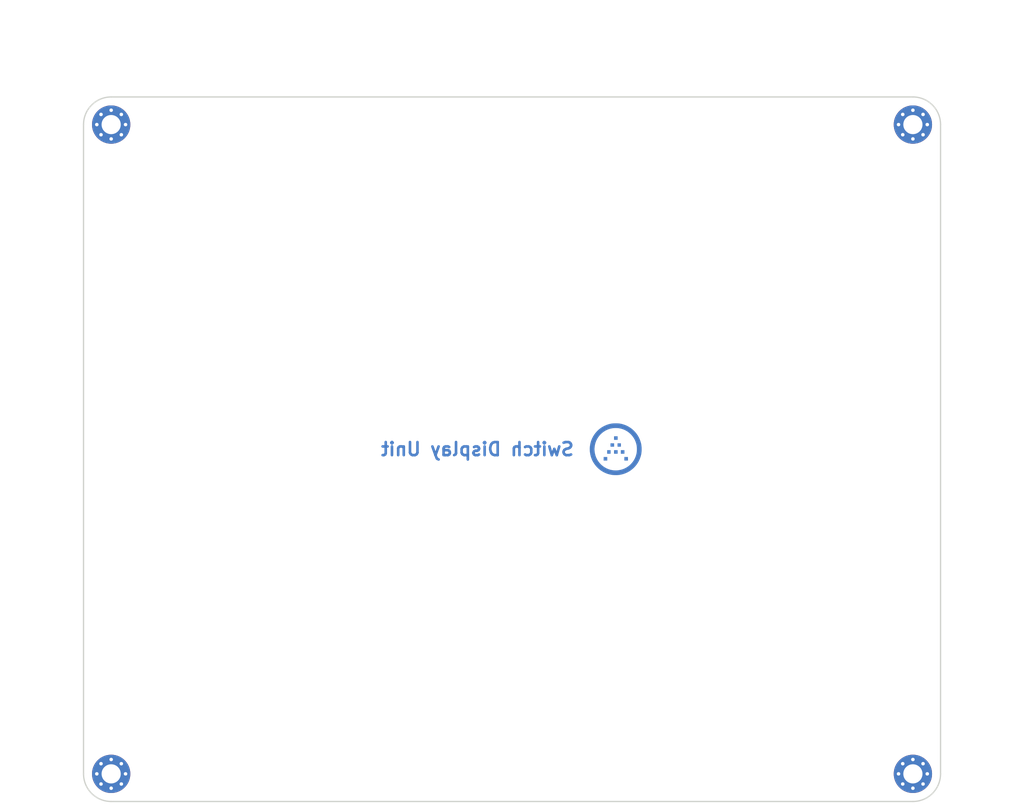
<source format=kicad_pcb>
(kicad_pcb (version 20171130) (host pcbnew "(5.0.2)-1")

  (general
    (thickness 1.6)
    (drawings 13)
    (tracks 0)
    (zones 0)
    (modules 5)
    (nets 1)
  )

  (page A4)
  (layers
    (0 F.Cu signal)
    (31 B.Cu signal)
    (32 B.Adhes user)
    (33 F.Adhes user)
    (34 B.Paste user)
    (35 F.Paste user)
    (36 B.SilkS user)
    (37 F.SilkS user)
    (38 B.Mask user)
    (39 F.Mask user)
    (40 Dwgs.User user)
    (41 Cmts.User user)
    (42 Eco1.User user)
    (43 Eco2.User user)
    (44 Edge.Cuts user)
    (45 Margin user)
    (46 B.CrtYd user)
    (47 F.CrtYd user)
    (48 B.Fab user)
    (49 F.Fab user)
  )

  (setup
    (last_trace_width 0.25)
    (trace_clearance 0.2)
    (zone_clearance 0.508)
    (zone_45_only no)
    (trace_min 0.2)
    (segment_width 0.2)
    (edge_width 0.15)
    (via_size 0.8)
    (via_drill 0.4)
    (via_min_size 0.4)
    (via_min_drill 0.3)
    (uvia_size 0.3)
    (uvia_drill 0.1)
    (uvias_allowed no)
    (uvia_min_size 0.2)
    (uvia_min_drill 0.1)
    (pcb_text_width 0.3)
    (pcb_text_size 1.5 1.5)
    (mod_edge_width 0.15)
    (mod_text_size 1 1)
    (mod_text_width 0.15)
    (pad_size 1.524 1.524)
    (pad_drill 0.762)
    (pad_to_mask_clearance 0.051)
    (solder_mask_min_width 0.25)
    (aux_axis_origin 0 0)
    (visible_elements 7FFFFFFF)
    (pcbplotparams
      (layerselection 0x010f0_ffffffff)
      (usegerberextensions true)
      (usegerberattributes false)
      (usegerberadvancedattributes false)
      (creategerberjobfile false)
      (excludeedgelayer true)
      (linewidth 0.100000)
      (plotframeref false)
      (viasonmask false)
      (mode 1)
      (useauxorigin false)
      (hpglpennumber 1)
      (hpglpenspeed 20)
      (hpglpendiameter 15.000000)
      (psnegative false)
      (psa4output false)
      (plotreference true)
      (plotvalue true)
      (plotinvisibletext false)
      (padsonsilk false)
      (subtractmaskfromsilk true)
      (outputformat 1)
      (mirror false)
      (drillshape 0)
      (scaleselection 1)
      (outputdirectory "Gerber"))
  )

  (net 0 "")

  (net_class Default "This is the default net class."
    (clearance 0.2)
    (trace_width 0.25)
    (via_dia 0.8)
    (via_drill 0.4)
    (uvia_dia 0.3)
    (uvia_drill 0.1)
  )

  (module Mounting_Holes:MountingHole_2.2mm_M2_Pad_Via (layer F.Cu) (tedit 5CC3D17F) (tstamp 5CC3FA42)
    (at 39.6875 36.5125)
    (descr "Mounting Hole 2.2mm, M2")
    (tags "mounting hole 2.2mm m2")
    (attr virtual)
    (fp_text reference REF** (at 0 -3.2) (layer Dwgs.User)
      (effects (font (size 1 1) (thickness 0.15)))
    )
    (fp_text value MountingHole_2.2mm_M2_Pad_Via (at 0 3.2) (layer F.Fab)
      (effects (font (size 1 1) (thickness 0.15)))
    )
    (fp_text user %R (at 0.3 0) (layer F.Fab)
      (effects (font (size 1 1) (thickness 0.15)))
    )
    (fp_circle (center 0 0) (end 2.2 0) (layer Cmts.User) (width 0.15))
    (fp_circle (center 0 0) (end 2.45 0) (layer F.CrtYd) (width 0.05))
    (pad 1 thru_hole circle (at 0 0) (size 4.4 4.4) (drill 2.2) (layers *.Cu *.Mask))
    (pad 1 thru_hole circle (at 1.65 0) (size 0.7 0.7) (drill 0.4) (layers *.Cu *.Mask))
    (pad 1 thru_hole circle (at 1.166726 1.166726) (size 0.7 0.7) (drill 0.4) (layers *.Cu *.Mask))
    (pad 1 thru_hole circle (at 0 1.65) (size 0.7 0.7) (drill 0.4) (layers *.Cu *.Mask))
    (pad 1 thru_hole circle (at -1.166726 1.166726) (size 0.7 0.7) (drill 0.4) (layers *.Cu *.Mask))
    (pad 1 thru_hole circle (at -1.65 0) (size 0.7 0.7) (drill 0.4) (layers *.Cu *.Mask))
    (pad 1 thru_hole circle (at -1.166726 -1.166726) (size 0.7 0.7) (drill 0.4) (layers *.Cu *.Mask))
    (pad 1 thru_hole circle (at 0 -1.65) (size 0.7 0.7) (drill 0.4) (layers *.Cu *.Mask))
    (pad 1 thru_hole circle (at 1.166726 -1.166726) (size 0.7 0.7) (drill 0.4) (layers *.Cu *.Mask))
  )

  (module Mounting_Holes:MountingHole_2.2mm_M2_Pad_Via (layer F.Cu) (tedit 5CC3D179) (tstamp 5CC3FADA)
    (at 131.7625 36.5125)
    (descr "Mounting Hole 2.2mm, M2")
    (tags "mounting hole 2.2mm m2")
    (attr virtual)
    (fp_text reference REF** (at 0 -3.2) (layer Dwgs.User)
      (effects (font (size 1 1) (thickness 0.15)))
    )
    (fp_text value MountingHole_2.2mm_M2_Pad_Via (at 0 3.2) (layer F.Fab)
      (effects (font (size 1 1) (thickness 0.15)))
    )
    (fp_text user %R (at 0.3 0) (layer F.Fab)
      (effects (font (size 1 1) (thickness 0.15)))
    )
    (fp_circle (center 0 0) (end 2.2 0) (layer Cmts.User) (width 0.15))
    (fp_circle (center 0 0) (end 2.45 0) (layer F.CrtYd) (width 0.05))
    (pad 1 thru_hole circle (at 0 0) (size 4.4 4.4) (drill 2.2) (layers *.Cu *.Mask))
    (pad 1 thru_hole circle (at 1.65 0) (size 0.7 0.7) (drill 0.4) (layers *.Cu *.Mask))
    (pad 1 thru_hole circle (at 1.166726 1.166726) (size 0.7 0.7) (drill 0.4) (layers *.Cu *.Mask))
    (pad 1 thru_hole circle (at 0 1.65) (size 0.7 0.7) (drill 0.4) (layers *.Cu *.Mask))
    (pad 1 thru_hole circle (at -1.166726 1.166726) (size 0.7 0.7) (drill 0.4) (layers *.Cu *.Mask))
    (pad 1 thru_hole circle (at -1.65 0) (size 0.7 0.7) (drill 0.4) (layers *.Cu *.Mask))
    (pad 1 thru_hole circle (at -1.166726 -1.166726) (size 0.7 0.7) (drill 0.4) (layers *.Cu *.Mask))
    (pad 1 thru_hole circle (at 0 -1.65) (size 0.7 0.7) (drill 0.4) (layers *.Cu *.Mask))
    (pad 1 thru_hole circle (at 1.166726 -1.166726) (size 0.7 0.7) (drill 0.4) (layers *.Cu *.Mask))
  )

  (module Mounting_Holes:MountingHole_2.2mm_M2_Pad_Via (layer F.Cu) (tedit 5CC3D187) (tstamp 5CC3FB72)
    (at 131.7625 111.125)
    (descr "Mounting Hole 2.2mm, M2")
    (tags "mounting hole 2.2mm m2")
    (attr virtual)
    (fp_text reference REF** (at 0 -3.2) (layer Dwgs.User)
      (effects (font (size 1 1) (thickness 0.15)))
    )
    (fp_text value MountingHole_2.2mm_M2_Pad_Via (at 0 3.2) (layer F.Fab)
      (effects (font (size 1 1) (thickness 0.15)))
    )
    (fp_text user %R (at 0.3 0) (layer F.Fab)
      (effects (font (size 1 1) (thickness 0.15)))
    )
    (fp_circle (center 0 0) (end 2.2 0) (layer Cmts.User) (width 0.15))
    (fp_circle (center 0 0) (end 2.45 0) (layer F.CrtYd) (width 0.05))
    (pad 1 thru_hole circle (at 0 0) (size 4.4 4.4) (drill 2.2) (layers *.Cu *.Mask))
    (pad 1 thru_hole circle (at 1.65 0) (size 0.7 0.7) (drill 0.4) (layers *.Cu *.Mask))
    (pad 1 thru_hole circle (at 1.166726 1.166726) (size 0.7 0.7) (drill 0.4) (layers *.Cu *.Mask))
    (pad 1 thru_hole circle (at 0 1.65) (size 0.7 0.7) (drill 0.4) (layers *.Cu *.Mask))
    (pad 1 thru_hole circle (at -1.166726 1.166726) (size 0.7 0.7) (drill 0.4) (layers *.Cu *.Mask))
    (pad 1 thru_hole circle (at -1.65 0) (size 0.7 0.7) (drill 0.4) (layers *.Cu *.Mask))
    (pad 1 thru_hole circle (at -1.166726 -1.166726) (size 0.7 0.7) (drill 0.4) (layers *.Cu *.Mask))
    (pad 1 thru_hole circle (at 0 -1.65) (size 0.7 0.7) (drill 0.4) (layers *.Cu *.Mask))
    (pad 1 thru_hole circle (at 1.166726 -1.166726) (size 0.7 0.7) (drill 0.4) (layers *.Cu *.Mask))
  )

  (module Mounting_Holes:MountingHole_2.2mm_M2_Pad_Via (layer F.Cu) (tedit 5CC3D183) (tstamp 5CC3FC1B)
    (at 39.6875 111.125)
    (descr "Mounting Hole 2.2mm, M2")
    (tags "mounting hole 2.2mm m2")
    (attr virtual)
    (fp_text reference REF** (at 0 -3.2) (layer Dwgs.User)
      (effects (font (size 1 1) (thickness 0.15)))
    )
    (fp_text value MountingHole_2.2mm_M2_Pad_Via (at 0 3.2) (layer F.Fab)
      (effects (font (size 1 1) (thickness 0.15)))
    )
    (fp_text user %R (at 0.3 0) (layer F.Fab)
      (effects (font (size 1 1) (thickness 0.15)))
    )
    (fp_circle (center 0 0) (end 2.2 0) (layer Cmts.User) (width 0.15))
    (fp_circle (center 0 0) (end 2.45 0) (layer F.CrtYd) (width 0.05))
    (pad 1 thru_hole circle (at 0 0) (size 4.4 4.4) (drill 2.2) (layers *.Cu *.Mask))
    (pad 1 thru_hole circle (at 1.65 0) (size 0.7 0.7) (drill 0.4) (layers *.Cu *.Mask))
    (pad 1 thru_hole circle (at 1.166726 1.166726) (size 0.7 0.7) (drill 0.4) (layers *.Cu *.Mask))
    (pad 1 thru_hole circle (at 0 1.65) (size 0.7 0.7) (drill 0.4) (layers *.Cu *.Mask))
    (pad 1 thru_hole circle (at -1.166726 1.166726) (size 0.7 0.7) (drill 0.4) (layers *.Cu *.Mask))
    (pad 1 thru_hole circle (at -1.65 0) (size 0.7 0.7) (drill 0.4) (layers *.Cu *.Mask))
    (pad 1 thru_hole circle (at -1.166726 -1.166726) (size 0.7 0.7) (drill 0.4) (layers *.Cu *.Mask))
    (pad 1 thru_hole circle (at 0 -1.65) (size 0.7 0.7) (drill 0.4) (layers *.Cu *.Mask))
    (pad 1 thru_hole circle (at 1.166726 -1.166726) (size 0.7 0.7) (drill 0.4) (layers *.Cu *.Mask))
  )

  (module locallib:ai-ring-6mm-Combined (layer B.Cu) (tedit 0) (tstamp 5CC435B8)
    (at 97.63125 73.81875 180)
    (fp_text reference G*** (at 0 0 180) (layer Dwgs.User) hide
      (effects (font (size 1.524 1.524) (thickness 0.3)))
    )
    (fp_text value LOGO (at 0.75 0 180) (layer Dwgs.User) hide
      (effects (font (size 1.524 1.524) (thickness 0.3)))
    )
    (fp_poly (pts (xy 0.1905 1.0795) (xy -0.214312 1.0795) (xy -0.214312 1.484312) (xy 0.1905 1.484312)
      (xy 0.1905 1.0795)) (layer B.Mask) (width 0.01))
    (fp_poly (pts (xy 0.595313 0.293687) (xy 0.1905 0.293687) (xy 0.1905 0.674687) (xy 0.595313 0.674687)
      (xy 0.595313 0.293687)) (layer B.Mask) (width 0.01))
    (fp_poly (pts (xy -0.214312 0.293687) (xy -0.595312 0.293687) (xy -0.595312 0.674687) (xy -0.214312 0.674687)
      (xy -0.214312 0.293687)) (layer B.Mask) (width 0.01))
    (fp_poly (pts (xy 0.976313 -0.515938) (xy 0.595313 -0.515938) (xy 0.595313 -0.111125) (xy 0.976313 -0.111125)
      (xy 0.976313 -0.515938)) (layer B.Mask) (width 0.01))
    (fp_poly (pts (xy 0.1905 -0.515938) (xy -0.214312 -0.515938) (xy -0.214312 -0.111125) (xy 0.1905 -0.111125)
      (xy 0.1905 -0.515938)) (layer B.Mask) (width 0.01))
    (fp_poly (pts (xy -0.595312 -0.515938) (xy -1.000125 -0.515938) (xy -1.000125 -0.111125) (xy -0.595312 -0.111125)
      (xy -0.595312 -0.515938)) (layer B.Mask) (width 0.01))
    (fp_poly (pts (xy 1.381125 -1.30175) (xy 0.976313 -1.30175) (xy 0.976313 -0.896938) (xy 1.381125 -0.896938)
      (xy 1.381125 -1.30175)) (layer B.Mask) (width 0.01))
    (fp_poly (pts (xy -1.000125 -1.30175) (xy -1.404937 -1.30175) (xy -1.404937 -0.896938) (xy -1.000125 -0.896938)
      (xy -1.000125 -1.30175)) (layer B.Mask) (width 0.01))
    (fp_poly (pts (xy 0.003969 2.971955) (xy 0.128087 2.970585) (xy 0.239799 2.966428) (xy 0.342392 2.959081)
      (xy 0.439156 2.94814) (xy 0.533378 2.933202) (xy 0.628347 2.913863) (xy 0.727351 2.889719)
      (xy 0.77263 2.877582) (xy 0.981177 2.812344) (xy 1.183265 2.733008) (xy 1.378128 2.639972)
      (xy 1.564999 2.533632) (xy 1.743114 2.414384) (xy 1.89526 2.296383) (xy 2.052928 2.155658)
      (xy 2.200265 2.004213) (xy 2.336586 1.843115) (xy 2.461208 1.673433) (xy 2.573447 1.496234)
      (xy 2.67262 1.312584) (xy 2.758042 1.123553) (xy 2.82903 0.930207) (xy 2.877784 0.762197)
      (xy 2.910855 0.622211) (xy 2.936215 0.490275) (xy 2.954607 0.361003) (xy 2.966775 0.229007)
      (xy 2.973461 0.0889) (xy 2.974114 0.0635) (xy 2.971395 -0.154797) (xy 2.9532 -0.36958)
      (xy 2.919535 -0.580821) (xy 2.870406 -0.788489) (xy 2.805819 -0.992555) (xy 2.741622 -1.156487)
      (xy 2.713539 -1.221752) (xy 2.689477 -1.27591) (xy 2.667608 -1.322613) (xy 2.646107 -1.365513)
      (xy 2.623146 -1.408263) (xy 2.5969 -1.454515) (xy 2.567775 -1.504156) (xy 2.448556 -1.690427)
      (xy 2.318452 -1.865153) (xy 2.177329 -2.028465) (xy 2.025055 -2.180496) (xy 1.861497 -2.32138)
      (xy 1.686524 -2.451248) (xy 1.504156 -2.567775) (xy 1.451327 -2.598744) (xy 1.405414 -2.624721)
      (xy 1.362765 -2.647531) (xy 1.319728 -2.669001) (xy 1.272651 -2.690957) (xy 1.217881 -2.715225)
      (xy 1.156487 -2.741622) (xy 1.060254 -2.781169) (xy 0.971536 -2.814208) (xy 0.884422 -2.842695)
      (xy 0.792998 -2.868589) (xy 0.710406 -2.889322) (xy 0.54589 -2.924876) (xy 0.388795 -2.950553)
      (xy 0.234567 -2.966893) (xy 0.078649 -2.974436) (xy -0.011906 -2.975013) (xy -0.063125 -2.974498)
      (xy -0.111246 -2.973793) (xy -0.153126 -2.97296) (xy -0.185622 -2.972063) (xy -0.20559 -2.971165)
      (xy -0.206375 -2.971109) (xy -0.422549 -2.947157) (xy -0.635306 -2.90817) (xy -0.843787 -2.854467)
      (xy -1.047132 -2.786363) (xy -1.244484 -2.704176) (xy -1.434982 -2.608225) (xy -1.617768 -2.498826)
      (xy -1.768724 -2.393796) (xy -1.941651 -2.255449) (xy -2.102335 -2.107088) (xy -2.250549 -1.949039)
      (xy -2.386071 -1.781632) (xy -2.508676 -1.605194) (xy -2.618139 -1.420052) (xy -2.714237 -1.226535)
      (xy -2.796744 -1.024971) (xy -2.865437 -0.815688) (xy -2.877582 -0.77263) (xy -2.903948 -0.670835)
      (xy -2.925333 -0.574511) (xy -2.942141 -0.480367) (xy -2.954775 -0.385117) (xy -2.96364 -0.28547)
      (xy -2.969138 -0.17814) (xy -2.971674 -0.059836) (xy -2.971955 -0.003969) (xy -2.97128 0.051392)
      (xy -2.439206 0.051392) (xy -2.439103 -0.028746) (xy -2.437437 -0.10841) (xy -2.434241 -0.183537)
      (xy -2.429544 -0.25006) (xy -2.425824 -0.28575) (xy -2.39395 -0.483048) (xy -2.347299 -0.674663)
      (xy -2.286049 -0.860222) (xy -2.210381 -1.039349) (xy -2.120473 -1.211669) (xy -2.016506 -1.376809)
      (xy -1.898659 -1.534393) (xy -1.767112 -1.684047) (xy -1.744776 -1.70726) (xy -1.610542 -1.834334)
      (xy -1.46484 -1.95227) (xy -1.310369 -2.05909) (xy -1.149831 -2.152816) (xy -1.104042 -2.176504)
      (xy -1.029634 -2.213153) (xy -0.964393 -2.243372) (xy -0.903896 -2.26894) (xy -0.843722 -2.291634)
      (xy -0.779449 -2.313233) (xy -0.714375 -2.333227) (xy -0.525162 -2.38264) (xy -0.339411 -2.417091)
      (xy -0.155673 -2.436714) (xy 0.027503 -2.441642) (xy 0.211564 -2.432011) (xy 0.278106 -2.425031)
      (xy 0.465438 -2.396087) (xy 0.645019 -2.354278) (xy 0.819357 -2.298854) (xy 0.990959 -2.229064)
      (xy 1.087916 -2.182866) (xy 1.258548 -2.089447) (xy 1.417964 -1.985712) (xy 1.566922 -1.870974)
      (xy 1.706179 -1.74455) (xy 1.836494 -1.605754) (xy 1.958624 -1.453903) (xy 2.066892 -1.298259)
      (xy 2.092018 -1.257068) (xy 2.121341 -1.20494) (xy 2.153041 -1.145496) (xy 2.185299 -1.082356)
      (xy 2.216293 -1.01914) (xy 2.244206 -0.959467) (xy 2.267215 -0.906957) (xy 2.280653 -0.873125)
      (xy 2.34352 -0.681584) (xy 2.390916 -0.488845) (xy 2.4228 -0.29545) (xy 2.43913 -0.10194)
      (xy 2.439868 0.091143) (xy 2.424972 0.283258) (xy 2.394402 0.473864) (xy 2.384599 0.519906)
      (xy 2.35095 0.656199) (xy 2.312642 0.782382) (xy 2.267704 0.903993) (xy 2.214163 1.026568)
      (xy 2.176504 1.104042) (xy 2.082799 1.27289) (xy 1.975974 1.433327) (xy 1.856798 1.584632)
      (xy 1.726037 1.726086) (xy 1.58446 1.856969) (xy 1.432834 1.97656) (xy 1.271927 2.08414)
      (xy 1.102507 2.178989) (xy 0.958325 2.24652) (xy 0.786697 2.312915) (xy 0.614143 2.364913)
      (xy 0.438656 2.402922) (xy 0.258226 2.427349) (xy 0.070845 2.438603) (xy 0.007938 2.439493)
      (xy -0.190157 2.433123) (xy -0.381785 2.412478) (xy -0.567719 2.377327) (xy -0.748735 2.327433)
      (xy -0.925606 2.262565) (xy -1.099106 2.182487) (xy -1.270009 2.086965) (xy -1.370706 2.022756)
      (xy -1.510139 1.921228) (xy -1.644337 1.806722) (xy -1.771659 1.681161) (xy -1.890465 1.546469)
      (xy -1.999114 1.404569) (xy -2.095965 1.257385) (xy -2.179378 1.106839) (xy -2.214174 1.03392)
      (xy -2.275577 0.889061) (xy -2.325808 0.749822) (xy -2.366065 0.611874) (xy -2.397544 0.470886)
      (xy -2.421444 0.322529) (xy -2.429845 0.254) (xy -2.434608 0.19683) (xy -2.437718 0.127939)
      (xy -2.439206 0.051392) (xy -2.97128 0.051392) (xy -2.97021 0.139027) (xy -2.964336 0.269894)
      (xy -2.953762 0.391975) (xy -2.937915 0.508615) (xy -2.916223 0.623156) (xy -2.888113 0.738941)
      (xy -2.853014 0.859313) (xy -2.810353 0.987616) (xy -2.794659 1.031875) (xy -2.716274 1.226594)
      (xy -2.623434 1.414928) (xy -2.516328 1.596615) (xy -2.395148 1.771392) (xy -2.260083 1.938997)
      (xy -2.111326 2.099167) (xy -1.949067 2.25164) (xy -1.842229 2.341821) (xy -1.7564 2.407314)
      (xy -1.658861 2.47464) (xy -1.553252 2.541588) (xy -1.443214 2.605945) (xy -1.332387 2.6655)
      (xy -1.224411 2.718042) (xy -1.218406 2.720785) (xy -1.148446 2.750658) (xy -1.067265 2.782044)
      (xy -0.979233 2.813464) (xy -0.888721 2.843438) (xy -0.800099 2.870489) (xy -0.717736 2.893136)
      (xy -0.68585 2.901029) (xy -0.592625 2.921797) (xy -0.503651 2.938457) (xy -0.415647 2.951348)
      (xy -0.325331 2.960805) (xy -0.229422 2.967168) (xy -0.12464 2.970772) (xy -0.007705 2.971956)
      (xy 0.003969 2.971955)) (layer B.Mask) (width 0.01))
    (fp_poly (pts (xy 0.1905 1.0795) (xy -0.214312 1.0795) (xy -0.214312 1.484312) (xy 0.1905 1.484312)
      (xy 0.1905 1.0795)) (layer B.Cu) (width 0.01))
    (fp_poly (pts (xy 0.595313 0.293687) (xy 0.1905 0.293687) (xy 0.1905 0.674687) (xy 0.595313 0.674687)
      (xy 0.595313 0.293687)) (layer B.Cu) (width 0.01))
    (fp_poly (pts (xy -0.214312 0.293687) (xy -0.595312 0.293687) (xy -0.595312 0.674687) (xy -0.214312 0.674687)
      (xy -0.214312 0.293687)) (layer B.Cu) (width 0.01))
    (fp_poly (pts (xy 0.976313 -0.515938) (xy 0.595313 -0.515938) (xy 0.595313 -0.111125) (xy 0.976313 -0.111125)
      (xy 0.976313 -0.515938)) (layer B.Cu) (width 0.01))
    (fp_poly (pts (xy 0.1905 -0.515938) (xy -0.214312 -0.515938) (xy -0.214312 -0.111125) (xy 0.1905 -0.111125)
      (xy 0.1905 -0.515938)) (layer B.Cu) (width 0.01))
    (fp_poly (pts (xy -0.595312 -0.515938) (xy -1.000125 -0.515938) (xy -1.000125 -0.111125) (xy -0.595312 -0.111125)
      (xy -0.595312 -0.515938)) (layer B.Cu) (width 0.01))
    (fp_poly (pts (xy 1.381125 -1.30175) (xy 0.976313 -1.30175) (xy 0.976313 -0.896938) (xy 1.381125 -0.896938)
      (xy 1.381125 -1.30175)) (layer B.Cu) (width 0.01))
    (fp_poly (pts (xy -1.000125 -1.30175) (xy -1.404937 -1.30175) (xy -1.404937 -0.896938) (xy -1.000125 -0.896938)
      (xy -1.000125 -1.30175)) (layer B.Cu) (width 0.01))
    (fp_poly (pts (xy 0.003969 2.971955) (xy 0.128087 2.970585) (xy 0.239799 2.966428) (xy 0.342392 2.959081)
      (xy 0.439156 2.94814) (xy 0.533378 2.933202) (xy 0.628347 2.913863) (xy 0.727351 2.889719)
      (xy 0.77263 2.877582) (xy 0.981177 2.812344) (xy 1.183265 2.733008) (xy 1.378128 2.639972)
      (xy 1.564999 2.533632) (xy 1.743114 2.414384) (xy 1.89526 2.296383) (xy 2.052928 2.155658)
      (xy 2.200265 2.004213) (xy 2.336586 1.843115) (xy 2.461208 1.673433) (xy 2.573447 1.496234)
      (xy 2.67262 1.312584) (xy 2.758042 1.123553) (xy 2.82903 0.930207) (xy 2.877784 0.762197)
      (xy 2.910855 0.622211) (xy 2.936215 0.490275) (xy 2.954607 0.361003) (xy 2.966775 0.229007)
      (xy 2.973461 0.0889) (xy 2.974114 0.0635) (xy 2.971395 -0.154797) (xy 2.9532 -0.36958)
      (xy 2.919535 -0.580821) (xy 2.870406 -0.788489) (xy 2.805819 -0.992555) (xy 2.741622 -1.156487)
      (xy 2.713539 -1.221752) (xy 2.689477 -1.27591) (xy 2.667608 -1.322613) (xy 2.646107 -1.365513)
      (xy 2.623146 -1.408263) (xy 2.5969 -1.454515) (xy 2.567775 -1.504156) (xy 2.448556 -1.690427)
      (xy 2.318452 -1.865153) (xy 2.177329 -2.028465) (xy 2.025055 -2.180496) (xy 1.861497 -2.32138)
      (xy 1.686524 -2.451248) (xy 1.504156 -2.567775) (xy 1.451327 -2.598744) (xy 1.405414 -2.624721)
      (xy 1.362765 -2.647531) (xy 1.319728 -2.669001) (xy 1.272651 -2.690957) (xy 1.217881 -2.715225)
      (xy 1.156487 -2.741622) (xy 1.060254 -2.781169) (xy 0.971536 -2.814208) (xy 0.884422 -2.842695)
      (xy 0.792998 -2.868589) (xy 0.710406 -2.889322) (xy 0.54589 -2.924876) (xy 0.388795 -2.950553)
      (xy 0.234567 -2.966893) (xy 0.078649 -2.974436) (xy -0.011906 -2.975013) (xy -0.063125 -2.974498)
      (xy -0.111246 -2.973793) (xy -0.153126 -2.97296) (xy -0.185622 -2.972063) (xy -0.20559 -2.971165)
      (xy -0.206375 -2.971109) (xy -0.422549 -2.947157) (xy -0.635306 -2.90817) (xy -0.843787 -2.854467)
      (xy -1.047132 -2.786363) (xy -1.244484 -2.704176) (xy -1.434982 -2.608225) (xy -1.617768 -2.498826)
      (xy -1.768724 -2.393796) (xy -1.941651 -2.255449) (xy -2.102335 -2.107088) (xy -2.250549 -1.949039)
      (xy -2.386071 -1.781632) (xy -2.508676 -1.605194) (xy -2.618139 -1.420052) (xy -2.714237 -1.226535)
      (xy -2.796744 -1.024971) (xy -2.865437 -0.815688) (xy -2.877582 -0.77263) (xy -2.903948 -0.670835)
      (xy -2.925333 -0.574511) (xy -2.942141 -0.480367) (xy -2.954775 -0.385117) (xy -2.96364 -0.28547)
      (xy -2.969138 -0.17814) (xy -2.971674 -0.059836) (xy -2.971955 -0.003969) (xy -2.97128 0.051392)
      (xy -2.439206 0.051392) (xy -2.439103 -0.028746) (xy -2.437437 -0.10841) (xy -2.434241 -0.183537)
      (xy -2.429544 -0.25006) (xy -2.425824 -0.28575) (xy -2.39395 -0.483048) (xy -2.347299 -0.674663)
      (xy -2.286049 -0.860222) (xy -2.210381 -1.039349) (xy -2.120473 -1.211669) (xy -2.016506 -1.376809)
      (xy -1.898659 -1.534393) (xy -1.767112 -1.684047) (xy -1.744776 -1.70726) (xy -1.610542 -1.834334)
      (xy -1.46484 -1.95227) (xy -1.310369 -2.05909) (xy -1.149831 -2.152816) (xy -1.104042 -2.176504)
      (xy -1.029634 -2.213153) (xy -0.964393 -2.243372) (xy -0.903896 -2.26894) (xy -0.843722 -2.291634)
      (xy -0.779449 -2.313233) (xy -0.714375 -2.333227) (xy -0.525162 -2.38264) (xy -0.339411 -2.417091)
      (xy -0.155673 -2.436714) (xy 0.027503 -2.441642) (xy 0.211564 -2.432011) (xy 0.278106 -2.425031)
      (xy 0.465438 -2.396087) (xy 0.645019 -2.354278) (xy 0.819357 -2.298854) (xy 0.990959 -2.229064)
      (xy 1.087916 -2.182866) (xy 1.258548 -2.089447) (xy 1.417964 -1.985712) (xy 1.566922 -1.870974)
      (xy 1.706179 -1.74455) (xy 1.836494 -1.605754) (xy 1.958624 -1.453903) (xy 2.066892 -1.298259)
      (xy 2.092018 -1.257068) (xy 2.121341 -1.20494) (xy 2.153041 -1.145496) (xy 2.185299 -1.082356)
      (xy 2.216293 -1.01914) (xy 2.244206 -0.959467) (xy 2.267215 -0.906957) (xy 2.280653 -0.873125)
      (xy 2.34352 -0.681584) (xy 2.390916 -0.488845) (xy 2.4228 -0.29545) (xy 2.43913 -0.10194)
      (xy 2.439868 0.091143) (xy 2.424972 0.283258) (xy 2.394402 0.473864) (xy 2.384599 0.519906)
      (xy 2.35095 0.656199) (xy 2.312642 0.782382) (xy 2.267704 0.903993) (xy 2.214163 1.026568)
      (xy 2.176504 1.104042) (xy 2.082799 1.27289) (xy 1.975974 1.433327) (xy 1.856798 1.584632)
      (xy 1.726037 1.726086) (xy 1.58446 1.856969) (xy 1.432834 1.97656) (xy 1.271927 2.08414)
      (xy 1.102507 2.178989) (xy 0.958325 2.24652) (xy 0.786697 2.312915) (xy 0.614143 2.364913)
      (xy 0.438656 2.402922) (xy 0.258226 2.427349) (xy 0.070845 2.438603) (xy 0.007938 2.439493)
      (xy -0.190157 2.433123) (xy -0.381785 2.412478) (xy -0.567719 2.377327) (xy -0.748735 2.327433)
      (xy -0.925606 2.262565) (xy -1.099106 2.182487) (xy -1.270009 2.086965) (xy -1.370706 2.022756)
      (xy -1.510139 1.921228) (xy -1.644337 1.806722) (xy -1.771659 1.681161) (xy -1.890465 1.546469)
      (xy -1.999114 1.404569) (xy -2.095965 1.257385) (xy -2.179378 1.106839) (xy -2.214174 1.03392)
      (xy -2.275577 0.889061) (xy -2.325808 0.749822) (xy -2.366065 0.611874) (xy -2.397544 0.470886)
      (xy -2.421444 0.322529) (xy -2.429845 0.254) (xy -2.434608 0.19683) (xy -2.437718 0.127939)
      (xy -2.439206 0.051392) (xy -2.97128 0.051392) (xy -2.97021 0.139027) (xy -2.964336 0.269894)
      (xy -2.953762 0.391975) (xy -2.937915 0.508615) (xy -2.916223 0.623156) (xy -2.888113 0.738941)
      (xy -2.853014 0.859313) (xy -2.810353 0.987616) (xy -2.794659 1.031875) (xy -2.716274 1.226594)
      (xy -2.623434 1.414928) (xy -2.516328 1.596615) (xy -2.395148 1.771392) (xy -2.260083 1.938997)
      (xy -2.111326 2.099167) (xy -1.949067 2.25164) (xy -1.842229 2.341821) (xy -1.7564 2.407314)
      (xy -1.658861 2.47464) (xy -1.553252 2.541588) (xy -1.443214 2.605945) (xy -1.332387 2.6655)
      (xy -1.224411 2.718042) (xy -1.218406 2.720785) (xy -1.148446 2.750658) (xy -1.067265 2.782044)
      (xy -0.979233 2.813464) (xy -0.888721 2.843438) (xy -0.800099 2.870489) (xy -0.717736 2.893136)
      (xy -0.68585 2.901029) (xy -0.592625 2.921797) (xy -0.503651 2.938457) (xy -0.415647 2.951348)
      (xy -0.325331 2.960805) (xy -0.229422 2.967168) (xy -0.12464 2.970772) (xy -0.007705 2.971956)
      (xy 0.003969 2.971955)) (layer B.Cu) (width 0.01))
  )

  (gr_text "Switch Display Unit" (at 81.75625 73.81875) (layer B.Cu) (tstamp 5CC433E7)
    (effects (font (size 1.5 1.5) (thickness 0.3)) (justify mirror))
  )
  (gr_text "Switch Display Unit" (at 81.75625 73.81875) (layer B.Mask)
    (effects (font (size 1.5 1.5) (thickness 0.3)) (justify mirror))
  )
  (gr_line (start 39.6875 111.125) (end 131.7625 36.5125) (layer Dwgs.User) (width 0.2))
  (gr_line (start 39.6875 36.5125) (end 131.7625 111.125) (layer Dwgs.User) (width 0.2))
  (gr_line (start 36.5125 36.5125) (end 36.5125 111.125) (layer Edge.Cuts) (width 0.15))
  (gr_line (start 39.6875 33.3375) (end 131.7625 33.3375) (layer Edge.Cuts) (width 0.15))
  (gr_line (start 134.9375 111.125) (end 134.9375 36.5125) (layer Edge.Cuts) (width 0.15))
  (gr_line (start 39.6875 114.3) (end 131.7625 114.3) (layer Edge.Cuts) (width 0.15))
  (gr_arc (start 39.6875 111.125) (end 36.5125 111.125) (angle -90) (layer Edge.Cuts) (width 0.15))
  (gr_arc (start 131.7625 111.125) (end 131.7625 114.3) (angle -90) (layer Edge.Cuts) (width 0.15))
  (gr_arc (start 131.7625 36.5125) (end 134.9375 36.5125) (angle -90) (layer Edge.Cuts) (width 0.15))
  (gr_arc (start 39.6875 36.5125) (end 39.6875 33.3375) (angle -90) (layer Edge.Cuts) (width 0.15))
  (dimension 98.425 (width 0.3) (layer Dwgs.User)
    (gr_text "98.425 mm" (at 85.725 23.3) (layer Dwgs.User)
      (effects (font (size 1.5 1.5) (thickness 0.3)))
    )
    (feature1 (pts (xy 36.5125 36.5125) (xy 36.5125 24.813579)))
    (feature2 (pts (xy 134.9375 36.5125) (xy 134.9375 24.813579)))
    (crossbar (pts (xy 134.9375 25.4) (xy 36.5125 25.4)))
    (arrow1a (pts (xy 36.5125 25.4) (xy 37.639004 24.813579)))
    (arrow1b (pts (xy 36.5125 25.4) (xy 37.639004 25.986421)))
    (arrow2a (pts (xy 134.9375 25.4) (xy 133.810996 24.813579)))
    (arrow2b (pts (xy 134.9375 25.4) (xy 133.810996 25.986421)))
  )

)

</source>
